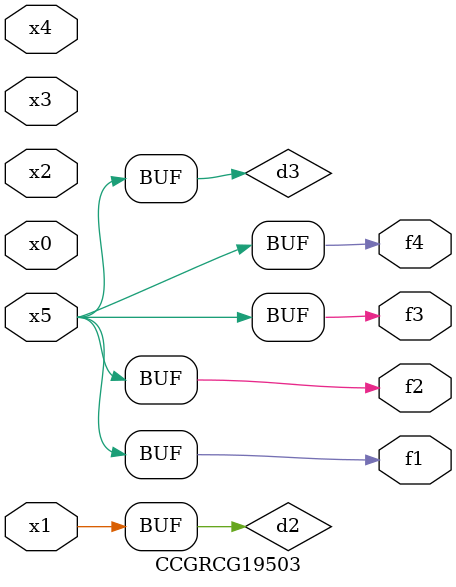
<source format=v>
module CCGRCG19503(
	input x0, x1, x2, x3, x4, x5,
	output f1, f2, f3, f4
);

	wire d1, d2, d3;

	not (d1, x5);
	or (d2, x1);
	xnor (d3, d1);
	assign f1 = d3;
	assign f2 = d3;
	assign f3 = d3;
	assign f4 = d3;
endmodule

</source>
